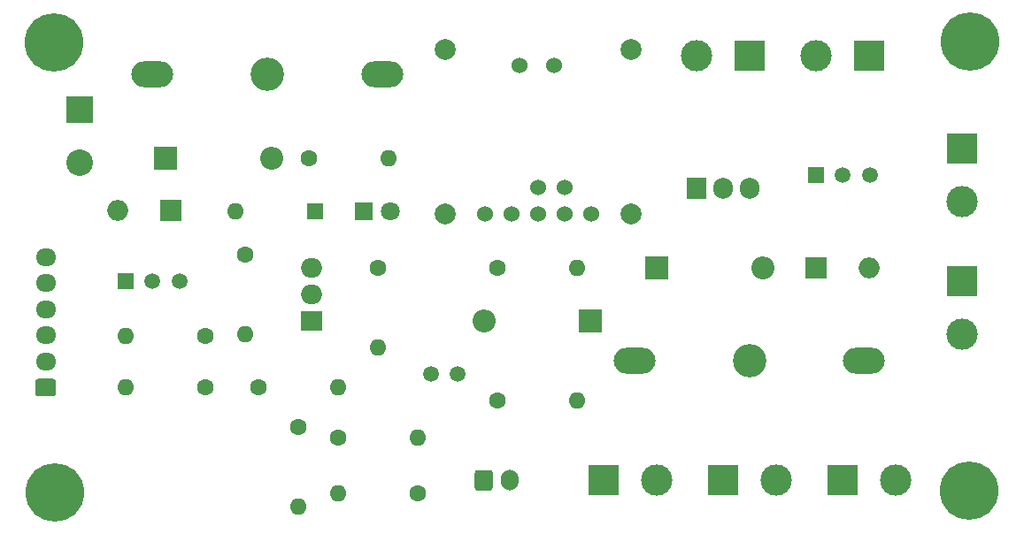
<source format=gbs>
G04 #@! TF.GenerationSoftware,KiCad,Pcbnew,(5.1.9)-1*
G04 #@! TF.CreationDate,2021-05-24T15:14:23+02:00*
G04 #@! TF.ProjectId,charge_pcb,63686172-6765-45f7-9063-622e6b696361,rev?*
G04 #@! TF.SameCoordinates,Original*
G04 #@! TF.FileFunction,Soldermask,Bot*
G04 #@! TF.FilePolarity,Negative*
%FSLAX46Y46*%
G04 Gerber Fmt 4.6, Leading zero omitted, Abs format (unit mm)*
G04 Created by KiCad (PCBNEW (5.1.9)-1) date 2021-05-24 15:14:23*
%MOMM*%
%LPD*%
G01*
G04 APERTURE LIST*
%ADD10C,5.600000*%
%ADD11C,3.600000*%
%ADD12O,1.600000X1.600000*%
%ADD13C,1.600000*%
%ADD14C,3.000000*%
%ADD15R,3.000000X3.000000*%
%ADD16O,2.000000X1.905000*%
%ADD17R,2.000000X1.905000*%
%ADD18O,1.905000X2.000000*%
%ADD19R,1.905000X2.000000*%
%ADD20O,2.200000X2.200000*%
%ADD21R,2.200000X2.200000*%
%ADD22O,1.700000X2.000000*%
%ADD23O,1.950000X1.700000*%
%ADD24C,1.800000*%
%ADD25R,1.800000X1.800000*%
%ADD26C,1.524000*%
%ADD27C,2.000000*%
%ADD28R,1.500000X1.500000*%
%ADD29C,1.500000*%
%ADD30C,3.200000*%
%ADD31O,4.000500X2.499360*%
%ADD32O,2.000000X2.000000*%
%ADD33R,2.000000X2.000000*%
%ADD34R,1.600000X1.600000*%
%ADD35C,1.501140*%
%ADD36C,2.540000*%
%ADD37R,2.540000X2.540000*%
G04 APERTURE END LIST*
D10*
X160830000Y-107840000D03*
D11*
X160830000Y-107840000D03*
D10*
X73250000Y-150970000D03*
D11*
X73250000Y-150970000D03*
D10*
X160750000Y-150820000D03*
D11*
X160750000Y-150820000D03*
D10*
X73160000Y-107940000D03*
D11*
X73160000Y-107940000D03*
D12*
X91440000Y-135890000D03*
D13*
X91440000Y-128270000D03*
D14*
X146050000Y-109220000D03*
D15*
X151130000Y-109220000D03*
D14*
X134620000Y-109220000D03*
D15*
X139700000Y-109220000D03*
D14*
X160020000Y-123190000D03*
D15*
X160020000Y-118110000D03*
D14*
X160020000Y-135890000D03*
D15*
X160020000Y-130810000D03*
D14*
X130810000Y-149860000D03*
D15*
X125730000Y-149860000D03*
D14*
X142240000Y-149860000D03*
D15*
X137160000Y-149860000D03*
D14*
X153670000Y-149860000D03*
D15*
X148590000Y-149860000D03*
D16*
X97790000Y-129540000D03*
X97790000Y-132080000D03*
D17*
X97790000Y-134620000D03*
D18*
X139700000Y-121920000D03*
X137160000Y-121920000D03*
D19*
X134620000Y-121920000D03*
D20*
X140970000Y-129540000D03*
D21*
X130810000Y-129540000D03*
D12*
X96520000Y-152400000D03*
D13*
X96520000Y-144780000D03*
D22*
X116800000Y-149860000D03*
G36*
G01*
X113450000Y-150610000D02*
X113450000Y-149110000D01*
G75*
G02*
X113700000Y-148860000I250000J0D01*
G01*
X114900000Y-148860000D01*
G75*
G02*
X115150000Y-149110000I0J-250000D01*
G01*
X115150000Y-150610000D01*
G75*
G02*
X114900000Y-150860000I-250000J0D01*
G01*
X113700000Y-150860000D01*
G75*
G02*
X113450000Y-150610000I0J250000D01*
G01*
G37*
D23*
X72390000Y-128470000D03*
X72390000Y-130970000D03*
X72390000Y-133470000D03*
X72390000Y-135970000D03*
X72390000Y-138470000D03*
G36*
G01*
X73115000Y-141820000D02*
X71665000Y-141820000D01*
G75*
G02*
X71415000Y-141570000I0J250000D01*
G01*
X71415000Y-140370000D01*
G75*
G02*
X71665000Y-140120000I250000J0D01*
G01*
X73115000Y-140120000D01*
G75*
G02*
X73365000Y-140370000I0J-250000D01*
G01*
X73365000Y-141570000D01*
G75*
G02*
X73115000Y-141820000I-250000J0D01*
G01*
G37*
D24*
X105370000Y-124050000D03*
D25*
X102830000Y-124050000D03*
D12*
X105220000Y-119010000D03*
D13*
X97600000Y-119010000D03*
D26*
X122010000Y-121790000D03*
X119470000Y-121790000D03*
X119470000Y-124330000D03*
X122010000Y-124330000D03*
D27*
X128360000Y-108582000D03*
X110580000Y-108582000D03*
X128360000Y-124330000D03*
X110580000Y-124330000D03*
D26*
X120994000Y-110106000D03*
X117692000Y-110106000D03*
X124550000Y-124330000D03*
X114390000Y-124330000D03*
X116930000Y-124330000D03*
D12*
X100330000Y-140970000D03*
D13*
X92710000Y-140970000D03*
D12*
X100330000Y-151100000D03*
D13*
X107950000Y-151100000D03*
D12*
X123190000Y-142240000D03*
D13*
X115570000Y-142240000D03*
D12*
X107950000Y-145790000D03*
D13*
X100330000Y-145790000D03*
D12*
X80010000Y-140970000D03*
D13*
X87630000Y-140970000D03*
D12*
X80010000Y-136000000D03*
D13*
X87630000Y-136000000D03*
D12*
X123190000Y-129540000D03*
D13*
X115570000Y-129540000D03*
D12*
X104140000Y-137160000D03*
D13*
X104140000Y-129540000D03*
D28*
X146050000Y-120650000D03*
D29*
X151250000Y-120650000D03*
X148650000Y-120650000D03*
D28*
X80010000Y-130810000D03*
D29*
X85210000Y-130810000D03*
X82610000Y-130810000D03*
D30*
X139700000Y-138430000D03*
D31*
X150700740Y-138430000D03*
X128699260Y-138430000D03*
D30*
X93620000Y-110950000D03*
D31*
X82619260Y-110950000D03*
X104620740Y-110950000D03*
D20*
X114300000Y-134620000D03*
D21*
X124460000Y-134620000D03*
D32*
X151130000Y-129540000D03*
D33*
X146050000Y-129540000D03*
D12*
X90570000Y-124090000D03*
D34*
X98190000Y-124090000D03*
D20*
X94040000Y-119010000D03*
D21*
X83880000Y-119010000D03*
D32*
X79330000Y-123970000D03*
D33*
X84410000Y-123970000D03*
D35*
X111760000Y-139700000D03*
X109220000Y-139700000D03*
D36*
X75640000Y-119430000D03*
D37*
X75640000Y-114350000D03*
M02*

</source>
